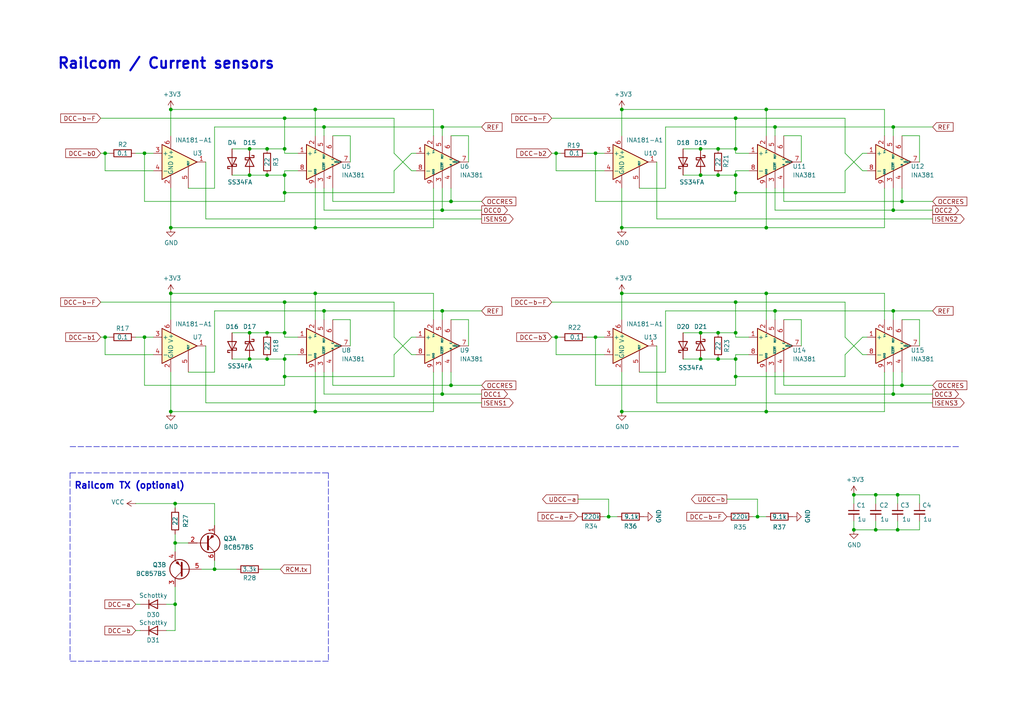
<source format=kicad_sch>
(kicad_sch (version 20250114) (generator "eeschema") (generator_version "9.0")
  (paper "A4")
  (title_block (title "RTB C13 Module") (date "2025-10-14") (rev "2") (company "Frank Schumacher") (comment 1 "Track Sensor"))
  (lib_symbols
    (symbol "Amplifier_Current:INA181" (pin_names (offset 0.127))
      (property "Reference" "U" (at 3.81 3.81 0))
      (property "Value" "INA181" (at 3.81 -2.54 0))
      (symbol "INA181_0_1"
        (polyline (pts (xy 5.08 0) (xy -5.08 5.08) (xy -5.08 -5.08) (xy 5.08 0)) (stroke (width 0.254)) (fill (type background)))
      )
      (symbol "INA181_1_1"
        (pin input line (at -7.62 2.54 0) (length 2.54) (name "+") (number "3"))
        (pin input line (at -7.62 -2.54 0) (length 2.54) (name "-") (number "4"))
        (pin power_in line (at -2.54 7.62 270) (length 3.81) (name "V+") (number "6"))
        (pin power_in line (at -2.54 -7.62 90) (length 3.81) (name "GND") (number "2"))
        (pin input line (at 2.54 -7.62 90) (length 6.35) (name "REF") (number "5"))
        (pin output line (at 7.62 0 180) (length 2.54) (name "~") (number "1"))
      )
    )
    (symbol "Device:C_Small" (pin_numbers (hide yes)) (pin_names (offset 0.254) (hide yes))
      (property "Reference" "C" (at 0.254 1.778 0))
      (property "Value" "C_Small" (at 0.254 -2.032 0))
      (symbol "C_Small_0_1"
        (polyline (pts (xy -1.524 0.508) (xy 1.524 0.508)) (stroke (width 0.3048)))
        (polyline (pts (xy -1.524 -0.508) (xy 1.524 -0.508)) (stroke (width 0.3302)))
      )
      (symbol "C_Small_1_1"
        (pin passive line (at 0 2.54 270) (length 2.032) (name "~") (number "1"))
        (pin passive line (at 0 -2.54 90) (length 2.032) (name "~") (number "2"))
      )
    )
    (symbol "Device:D" (pin_numbers (hide yes)) (pin_names (offset 1.016) (hide yes))
      (property "Reference" "D" (at 0 2.54 0))
      (property "Value" "D" (at 0 -2.54 0))
      (symbol "D_0_1"
        (polyline (pts (xy -1.27 1.27) (xy -1.27 -1.27)) (stroke (width 0.254)))
        (polyline (pts (xy 1.27 1.27) (xy 1.27 -1.27) (xy -1.27 0) (xy 1.27 1.27)) (stroke (width 0.254)))
        (polyline (pts (xy 1.27 0) (xy -1.27 0)))
      )
      (symbol "D_1_1"
        (pin passive line (at -3.81 0 0) (length 2.54) (name "K") (number "1"))
        (pin passive line (at 3.81 0 180) (length 2.54) (name "A") (number "2"))
      )
    )
    (symbol "Device:D_Schottky" (pin_numbers (hide yes)) (pin_names (offset 1.016) (hide yes))
      (property "Reference" "D" (at 0 2.54 0))
      (property "Value" "D_Schottky" (at 0 -2.54 0))
      (symbol "D_Schottky_0_1"
        (polyline (pts (xy -1.905 0.635) (xy -1.905 1.27) (xy -1.27 1.27) (xy -1.27 -1.27) (xy -0.635 -1.27) (xy -0.635 -0.635)) (stroke (width 0.254)))
        (polyline (pts (xy 1.27 1.27) (xy 1.27 -1.27) (xy -1.27 0) (xy 1.27 1.27)) (stroke (width 0.254)))
        (polyline (pts (xy 1.27 0) (xy -1.27 0)))
      )
      (symbol "D_Schottky_1_1"
        (pin passive line (at -3.81 0 0) (length 2.54) (name "K") (number "1"))
        (pin passive line (at 3.81 0 180) (length 2.54) (name "A") (number "2"))
      )
    )
    (symbol "Device:R" (pin_numbers (hide yes)) (pin_names (offset 0))
      (property "Reference" "R" (at 2.032 0 90))
      (property "Value" "R" (at 0 0 90))
      (symbol "R_0_1"
        (rectangle (start -1.016 -2.54) (end 1.016 2.54) (stroke (width 0.254)))
      )
      (symbol "R_1_1"
        (pin passive line (at 0 3.81 270) (length 1.27) (name "~") (number "1"))
        (pin passive line (at 0 -3.81 90) (length 1.27) (name "~") (number "2"))
      )
    )
    (symbol "RTB:INA381" (pin_names (offset 0.127))
      (property "Reference" "U" (at 3.81 3.81 0))
      (property "Value" "INA381" (at 3.81 -2.54 0))
      (symbol "INA381_0_1"
        (polyline (pts (xy 5.08 0) (xy -5.08 5.08) (xy -5.08 -5.08) (xy 5.08 0)) (stroke (width 0.254)) (fill (type background)))
      )
      (symbol "INA381_1_1"
        (pin input line (at -7.62 2.54 0) (length 2.54) (name "+") (number "1"))
        (pin input line (at -7.62 -2.54 0) (length 2.54) (name "-") (number "8"))
        (pin input line (at -2.54 7.62 270) (length 3.81) (name "V+") (number "2"))
        (pin power_in line (at -2.54 -7.62 90) (length 3.81) (name "GND") (number "9"))
        (pin input line (at 0 7.62 270) (length 5.08) (name "REF") (number "5"))
        (pin output line (at 0 -7.62 90) (length 5.08) (name "~{ALERT}") (number "3"))
        (pin input line (at 2.54 7.62 270) (length 6.35) (name "C") (number "6"))
        (pin input line (at 2.54 -7.62 90) (length 6.35) (name "R") (number "4"))
        (pin output line (at 7.62 0 180) (length 2.54) (name "VOUT") (number "7"))
      )
    )
    (symbol "Transistor_BJT:BC857BS" (pin_names (offset 0) (hide yes))
      (property "Reference" "Q" (at 5.08 1.27 0))
      (property "Value" "BC857BS" (at 5.08 -1.27 0))
      (symbol "BC857BS_0_1"
        (polyline (pts (xy 0.635 1.905) (xy 0.635 -1.905)) (stroke (width 0.508)))
        (polyline (pts (xy 0.635 0.635) (xy 2.54 2.54)))
        (polyline (pts (xy 0.635 0) (xy -2.54 0)))
        (polyline (pts (xy 0.635 -0.635) (xy 2.54 -2.54)))
        (circle (center 1.27 0) (radius 2.8194) (stroke (width 0.254)))
        (polyline (pts (xy 2.286 -1.778) (xy 1.778 -2.286) (xy 1.27 -1.27) (xy 2.286 -1.778)) (fill (type outline)))
      )
      (symbol "BC857BS_1_1"
        (pin input line (at -5.08 0 0) (length 2.54) (name "B1") (number "2"))
        (pin passive line (at 2.54 5.08 270) (length 2.54) (name "C1") (number "6"))
        (pin passive line (at 2.54 -5.08 90) (length 2.54) (name "E1") (number "1"))
      )
      (symbol "BC857BS_2_1"
        (pin input line (at -5.08 0 0) (length 2.54) (name "B2") (number "5"))
        (pin passive line (at 2.54 5.08 270) (length 2.54) (name "C2") (number "3"))
        (pin passive line (at 2.54 -5.08 90) (length 2.54) (name "E2") (number "4"))
      )
    )
    (symbol "power:+3V3" (power) (pin_numbers (hide yes)) (pin_names (offset 0) (hide yes))
      (property "Value" "+3V3" (at 0 3.556 0))
      (symbol "+3V3_0_1"
        (polyline (pts (xy -0.762 1.27) (xy 0 2.54)))
        (polyline (pts (xy 0 2.54) (xy 0.762 1.27)))
        (polyline (pts (xy 0 0) (xy 0 2.54)))
      )
      (symbol "+3V3_1_1"
        (pin power_in line (at 0 0 90) (length 0) (name "~") (number "1"))
      )
    )
    (symbol "power:GND" (power) (pin_numbers (hide yes)) (pin_names (offset 0) (hide yes))
      (property "Value" "GND" (at 0 -3.81 0))
      (symbol "GND_0_1"
        (polyline (pts (xy 0 0) (xy 0 -1.27) (xy 1.27 -1.27) (xy 0 -2.54) (xy -1.27 -1.27) (xy 0 -1.27)))
      )
      (symbol "GND_1_1"
        (pin power_in line (at 0 0 270) (length 0) (name "~") (number "1"))
      )
    )
    (symbol "power:VCC" (power) (pin_numbers (hide yes)) (pin_names (offset 0) (hide yes))
      (property "Value" "VCC" (at 0 3.556 0))
      (symbol "VCC_0_1"
        (polyline (pts (xy -0.762 1.27) (xy 0 2.54)))
        (polyline (pts (xy 0 2.54) (xy 0.762 1.27)))
        (polyline (pts (xy 0 0) (xy 0 2.54)))
      )
      (symbol "VCC_1_1"
        (pin power_in line (at 0 0 90) (length 0) (name "~") (number "1"))
      )
    )
  )
  (text "Railcom / Current sensors" (at 16.51 20.32 0) (effects (font (size 3.048 3.048) (thickness 0.5994) (bold yes)) (justify left bottom)))
  (text "Railcom TX (optional)" (at 37.592 140.97 0) (effects (font (size 1.905 1.905) (thickness 0.381) (bold yes))))
  (junction (at 172.72 44.45))
  (junction (at 180.34 66.04))
  (junction (at 213.36 43.18))
  (junction (at 77.47 50.8))
  (junction (at 254 153.67))
  (junction (at 128.27 114.3))
  (junction (at 72.39 50.8))
  (junction (at 62.23 165.1))
  (junction (at 247.65 143.51))
  (junction (at 93.98 90.17))
  (junction (at 82.55 96.52))
  (junction (at 213.36 55.88))
  (junction (at 222.25 85.09))
  (junction (at 259.08 114.3))
  (junction (at 50.8 157.48))
  (junction (at 213.36 96.52))
  (junction (at 91.44 119.38))
  (junction (at 82.55 104.14))
  (junction (at 254 143.51))
  (junction (at 213.36 34.29))
  (junction (at 130.81 58.42))
  (junction (at 72.39 104.14))
  (junction (at 259.08 60.96))
  (junction (at 176.53 149.86))
  (junction (at 50.8 146.05))
  (junction (at 93.98 36.83))
  (junction (at 49.53 85.09))
  (junction (at 208.28 104.14))
  (junction (at 180.34 85.09))
  (junction (at 30.48 44.45))
  (junction (at 172.72 97.79))
  (junction (at 91.44 66.04))
  (junction (at 203.2 50.8))
  (junction (at 91.44 31.75))
  (junction (at 77.47 104.14))
  (junction (at 49.53 31.75))
  (junction (at 82.55 87.63))
  (junction (at 82.55 109.22))
  (junction (at 49.53 119.38))
  (junction (at 208.28 50.8))
  (junction (at 161.29 97.79))
  (junction (at 72.39 96.52))
  (junction (at 82.55 55.88))
  (junction (at 203.2 43.18))
  (junction (at 128.27 90.17))
  (junction (at 208.28 96.52))
  (junction (at 208.28 43.18))
  (junction (at 82.55 50.8))
  (junction (at 41.91 44.45))
  (junction (at 213.36 109.22))
  (junction (at 82.55 34.29))
  (junction (at 224.79 36.83))
  (junction (at 222.25 119.38))
  (junction (at 219.71 149.86))
  (junction (at 128.27 60.96))
  (junction (at 259.08 90.17))
  (junction (at 203.2 104.14))
  (junction (at 261.62 111.76))
  (junction (at 49.53 66.04))
  (junction (at 161.29 44.45))
  (junction (at 180.34 31.75))
  (junction (at 247.65 153.67))
  (junction (at 261.62 58.42))
  (junction (at 72.39 43.18))
  (junction (at 50.8 175.26))
  (junction (at 260.35 143.51))
  (junction (at 213.36 50.8))
  (junction (at 203.2 96.52))
  (junction (at 259.08 36.83))
  (junction (at 222.25 31.75))
  (junction (at 77.47 96.52))
  (junction (at 128.27 36.83))
  (junction (at 222.25 66.04))
  (junction (at 213.36 104.14))
  (junction (at 130.81 111.76))
  (junction (at 77.47 43.18))
  (junction (at 180.34 119.38))
  (junction (at 41.91 97.79))
  (junction (at 91.44 85.09))
  (junction (at 30.48 97.79))
  (junction (at 213.36 87.63))
  (junction (at 82.55 43.18))
  (junction (at 260.35 153.67))
  (junction (at 224.79 90.17))
  (wire (pts (xy 96.52 58.42) (xy 130.81 58.42)))
  (wire (pts (xy 82.55 34.29) (xy 114.3 34.29)))
  (wire (pts (xy 59.69 100.33) (xy 59.69 116.84)))
  (wire (pts (xy 125.73 119.38) (xy 125.73 107.95)))
  (wire (pts (xy 227.33 58.42) (xy 261.62 58.42)))
  (wire (pts (xy 77.47 50.8) (xy 82.55 50.8)))
  (wire (pts (xy 161.29 97.79) (xy 162.56 97.79)))
  (wire (pts (xy 76.2 165.1) (xy 81.28 165.1)))
  (wire (pts (xy 93.98 54.61) (xy 93.98 60.96)))
  (wire (pts (xy 91.44 66.04) (xy 91.44 54.61)))
  (wire (pts (xy 254 153.67) (xy 260.35 153.67)))
  (wire (pts (xy 128.27 90.17) (xy 93.98 90.17)))
  (wire (pts (xy 172.72 111.76) (xy 213.36 111.76)))
  (wire (pts (xy 49.53 31.75) (xy 91.44 31.75)))
  (wire (pts (xy 203.2 104.14) (xy 208.28 104.14)))
  (wire (pts (xy 93.98 60.96) (xy 128.27 60.96)))
  (wire (pts (xy 29.21 97.79) (xy 30.48 97.79)))
  (wire (pts (xy 128.27 60.96) (xy 128.27 54.61)))
  (wire (pts (xy 208.28 96.52) (xy 213.36 96.52)))
  (wire (pts (xy 250.19 102.87) (xy 251.46 102.87)))
  (wire (pts (xy 82.55 44.45) (xy 86.36 44.45)))
  (wire (pts (xy 219.71 149.86) (xy 222.25 149.86)))
  (wire (pts (xy 59.69 63.5) (xy 139.7 63.5)))
  (wire (pts (xy 172.72 97.79) (xy 175.26 97.79)))
  (wire (pts (xy 125.73 66.04) (xy 125.73 54.61)))
  (wire (pts (xy 82.55 87.63) (xy 114.3 87.63)))
  (wire (pts (xy 245.11 97.79) (xy 250.19 102.87)))
  (wire (pts (xy 49.53 39.37) (xy 49.53 31.75)))
  (wire (pts (xy 172.72 44.45) (xy 175.26 44.45)))
  (wire (pts (xy 232.41 39.37) (xy 232.41 46.99)))
  (wire (pts (xy 247.65 143.51) (xy 254 143.51)))
  (wire (pts (xy 62.23 36.83) (xy 93.98 36.83)))
  (wire (pts (xy 30.48 49.53) (xy 44.45 49.53)))
  (wire (pts (xy 50.8 146.05) (xy 50.8 147.32)))
  (wire (pts (xy 213.36 87.63) (xy 245.11 87.63)))
  (wire (pts (xy 224.79 60.96) (xy 259.08 60.96)))
  (wire (pts (xy 128.27 90.17) (xy 139.7 90.17)))
  (wire (pts (xy 101.6 39.37) (xy 101.6 46.99)))
  (wire (pts (xy 227.33 54.61) (xy 227.33 58.42)))
  (wire (pts (xy 49.53 66.04) (xy 91.44 66.04)))
  (wire (pts (xy 256.54 66.04) (xy 256.54 54.61)))
  (wire (pts (xy 82.55 43.18) (xy 82.55 44.45)))
  (wire (pts (xy 41.91 111.76) (xy 82.55 111.76)))
  (wire (pts (xy 245.11 49.53) (xy 250.19 44.45)))
  (wire (pts (xy 172.72 111.76) (xy 172.72 97.79)))
  (wire (pts (xy 245.11 109.22) (xy 245.11 102.87)))
  (wire (pts (xy 128.27 114.3) (xy 128.27 107.95)))
  (wire (pts (xy 96.52 39.37) (xy 101.6 39.37)))
  (wire (pts (xy 40.64 175.26) (xy 39.37 175.26)))
  (wire (pts (xy 62.23 107.95) (xy 62.23 90.17)))
  (wire (pts (xy 222.25 119.38) (xy 222.25 107.95)))
  (wire (pts (xy 161.29 97.79) (xy 161.29 102.87)))
  (wire (pts (xy 176.53 144.78) (xy 176.53 149.86)))
  (wire (pts (xy 72.39 104.14) (xy 77.47 104.14)))
  (wire (pts (xy 50.8 175.26) (xy 50.8 182.88)))
  (wire (pts (xy 260.35 153.67) (xy 266.7 153.67)))
  (wire (pts (xy 180.34 66.04) (xy 222.25 66.04)))
  (wire (pts (xy 77.47 104.14) (xy 82.55 104.14)))
  (wire (pts (xy 222.25 66.04) (xy 256.54 66.04)))
  (wire (pts (xy 161.29 102.87) (xy 175.26 102.87)))
  (wire (pts (xy 180.34 92.71) (xy 180.34 85.09)))
  (wire (pts (xy 232.41 92.71) (xy 232.41 100.33)))
  (wire (pts (xy 128.27 36.83) (xy 139.7 36.83)))
  (wire (pts (xy 49.53 92.71) (xy 49.53 85.09)))
  (wire (pts (xy 30.48 97.79) (xy 30.48 102.87)))
  (wire (pts (xy 82.55 58.42) (xy 82.55 55.88)))
  (wire (pts (xy 82.55 109.22) (xy 114.3 109.22)))
  (wire (pts (xy 203.2 50.8) (xy 208.28 50.8)))
  (wire (pts (xy 213.36 50.8) (xy 213.36 49.53)))
  (wire (pts (xy 203.2 43.18) (xy 208.28 43.18)))
  (wire (pts (xy 260.35 146.05) (xy 260.35 143.51)))
  (wire (pts (xy 48.26 182.88) (xy 50.8 182.88)))
  (wire (pts (xy 54.61 157.48) (xy 50.8 157.48)))
  (wire (pts (xy 260.35 143.51) (xy 266.7 143.51)))
  (wire (pts (xy 213.36 87.63) (xy 213.36 96.52)))
  (wire (pts (xy 250.19 44.45) (xy 251.46 44.45)))
  (wire (pts (xy 82.55 87.63) (xy 82.55 96.52)))
  (wire (pts (xy 82.55 96.52) (xy 82.55 97.79)))
  (wire (pts (xy 82.55 104.14) (xy 82.55 102.87)))
  (wire (pts (xy 208.28 104.14) (xy 213.36 104.14)))
  (wire (pts (xy 254 146.05) (xy 254 143.51)))
  (wire (pts (xy 256.54 85.09) (xy 256.54 92.71)))
  (wire (pts (xy 41.91 58.42) (xy 82.55 58.42)))
  (wire (pts (xy 160.02 44.45) (xy 161.29 44.45)))
  (wire (pts (xy 261.62 58.42) (xy 261.62 54.61)))
  (wire (pts (xy 114.3 87.63) (xy 114.3 97.79)))
  (wire (pts (xy 119.38 49.53) (xy 120.65 49.53)))
  (wire (pts (xy 29.21 34.29) (xy 82.55 34.29)))
  (wire (pts (xy 130.81 58.42) (xy 139.7 58.42)))
  (wire (pts (xy 224.79 90.17) (xy 224.79 92.71)))
  (wire (pts (xy 50.8 157.48) (xy 50.8 154.94)))
  (wire (pts (xy 41.91 58.42) (xy 41.91 44.45)))
  (wire (pts (xy 82.55 50.8) (xy 82.55 55.88)))
  (wire (pts (xy 167.64 144.78) (xy 176.53 144.78)))
  (wire (pts (xy 210.82 144.78) (xy 219.71 144.78)))
  (wire (pts (xy 114.3 49.53) (xy 119.38 44.45)))
  (wire (pts (xy 50.8 175.26) (xy 50.8 170.18)))
  (wire (pts (xy 130.81 111.76) (xy 130.81 107.95)))
  (wire (pts (xy 259.08 60.96) (xy 259.08 54.61)))
  (wire (pts (xy 180.34 31.75) (xy 222.25 31.75)))
  (wire (pts (xy 29.21 44.45) (xy 30.48 44.45)))
  (wire (pts (xy 213.36 104.14) (xy 213.36 102.87)))
  (wire (pts (xy 256.54 119.38) (xy 256.54 107.95)))
  (wire (pts (xy 130.81 58.42) (xy 130.81 54.61)))
  (wire (pts (xy 198.12 43.18) (xy 203.2 43.18)))
  (wire (pts (xy 30.48 102.87) (xy 44.45 102.87)))
  (wire (pts (xy 227.33 92.71) (xy 232.41 92.71)))
  (wire (pts (xy 160.02 97.79) (xy 161.29 97.79)))
  (wire (pts (xy 72.39 96.52) (xy 77.47 96.52)))
  (wire (pts (xy 91.44 85.09) (xy 91.44 92.71)))
  (wire (pts (xy 67.31 96.52) (xy 72.39 96.52)))
  (wire (pts (xy 93.98 107.95) (xy 93.98 114.3)))
  (wire (pts (xy 213.36 55.88) (xy 245.11 55.88)))
  (wire (pts (xy 41.91 44.45) (xy 44.45 44.45)))
  (wire (pts (xy 203.2 96.52) (xy 208.28 96.52)))
  (wire (pts (xy 254 151.13) (xy 254 153.67)))
  (wire (pts (xy 190.5 100.33) (xy 190.5 116.84)))
  (wire (pts (xy 259.08 36.83) (xy 224.79 36.83)))
  (wire (pts (xy 125.73 31.75) (xy 125.73 39.37)))
  (wire (pts (xy 128.27 36.83) (xy 128.27 39.37)))
  (wire (pts (xy 82.55 49.53) (xy 86.36 49.53)))
  (wire (pts (xy 193.04 54.61) (xy 193.04 36.83)))
  (wire (pts (xy 245.11 87.63) (xy 245.11 97.79)))
  (wire (pts (xy 39.37 44.45) (xy 41.91 44.45)))
  (wire (pts (xy 91.44 66.04) (xy 125.73 66.04)))
  (wire (pts (xy 93.98 90.17) (xy 93.98 92.71)))
  (wire (pts (xy 130.81 92.71) (xy 135.89 92.71)))
  (wire (pts (xy 119.38 102.87) (xy 120.65 102.87)))
  (wire (pts (xy 77.47 43.18) (xy 82.55 43.18)))
  (wire (pts (xy 67.31 43.18) (xy 72.39 43.18)))
  (wire (pts (xy 172.72 58.42) (xy 172.72 44.45)))
  (wire (pts (xy 259.08 36.83) (xy 270.51 36.83)))
  (wire (pts (xy 130.81 111.76) (xy 139.7 111.76)))
  (wire (pts (xy 213.36 44.45) (xy 217.17 44.45)))
  (wire (pts (xy 208.28 50.8) (xy 213.36 50.8)))
  (wire (pts (xy 40.64 182.88) (xy 39.37 182.88)))
  (wire (pts (xy 160.02 87.63) (xy 213.36 87.63)))
  (wire (pts (xy 128.27 90.17) (xy 128.27 92.71)))
  (wire (pts (xy 82.55 50.8) (xy 82.55 49.53)))
  (wire (pts (xy 82.55 104.14) (xy 82.55 109.22)))
  (wire (pts (xy 49.53 107.95) (xy 49.53 119.38)))
  (wire (pts (xy 193.04 107.95) (xy 193.04 90.17)))
  (wire (pts (xy 77.47 96.52) (xy 82.55 96.52)))
  (wire (pts (xy 62.23 146.05) (xy 62.23 152.4)))
  (wire (pts (xy 222.25 85.09) (xy 222.25 92.71)))
  (wire (pts (xy 48.26 175.26) (xy 50.8 175.26)))
  (wire (pts (xy 266.7 153.67) (xy 266.7 151.13)))
  (wire (pts (xy 41.91 97.79) (xy 44.45 97.79)))
  (wire (pts (xy 50.8 160.02) (xy 50.8 157.48)))
  (wire (pts (xy 198.12 50.8) (xy 203.2 50.8)))
  (wire (pts (xy 180.34 119.38) (xy 222.25 119.38)))
  (wire (pts (xy 213.36 97.79) (xy 217.17 97.79)))
  (wire (pts (xy 213.36 109.22) (xy 245.11 109.22)))
  (wire (pts (xy 114.3 55.88) (xy 114.3 49.53)))
  (polyline (pts (xy 95.25 191.77) (xy 20.32 191.77)) (stroke (width 0) (type dash)))
  (wire (pts (xy 222.25 85.09) (xy 256.54 85.09)))
  (wire (pts (xy 119.38 97.79) (xy 120.65 97.79)))
  (wire (pts (xy 72.39 50.8) (xy 77.47 50.8)))
  (wire (pts (xy 119.38 44.45) (xy 120.65 44.45)))
  (wire (pts (xy 259.08 114.3) (xy 270.51 114.3)))
  (wire (pts (xy 39.37 97.79) (xy 41.91 97.79)))
  (wire (pts (xy 128.27 114.3) (xy 139.7 114.3)))
  (wire (pts (xy 198.12 96.52) (xy 203.2 96.52)))
  (wire (pts (xy 247.65 153.67) (xy 254 153.67)))
  (wire (pts (xy 82.55 102.87) (xy 86.36 102.87)))
  (wire (pts (xy 222.25 66.04) (xy 222.25 54.61)))
  (wire (pts (xy 50.8 146.05) (xy 62.23 146.05)))
  (wire (pts (xy 245.11 34.29) (xy 245.11 44.45)))
  (wire (pts (xy 190.5 116.84) (xy 270.51 116.84)))
  (wire (pts (xy 161.29 44.45) (xy 162.56 44.45)))
  (wire (pts (xy 67.31 50.8) (xy 72.39 50.8)))
  (wire (pts (xy 259.08 36.83) (xy 259.08 39.37)))
  (wire (pts (xy 180.34 107.95) (xy 180.34 119.38)))
  (wire (pts (xy 160.02 34.29) (xy 213.36 34.29)))
  (wire (pts (xy 49.53 119.38) (xy 91.44 119.38)))
  (wire (pts (xy 227.33 107.95) (xy 227.33 111.76)))
  (wire (pts (xy 218.44 149.86) (xy 219.71 149.86)))
  (wire (pts (xy 261.62 111.76) (xy 270.51 111.76)))
  (wire (pts (xy 135.89 92.71) (xy 135.89 100.33)))
  (wire (pts (xy 259.08 90.17) (xy 259.08 92.71)))
  (wire (pts (xy 245.11 102.87) (xy 250.19 97.79)))
  (wire (pts (xy 245.11 44.45) (xy 250.19 49.53)))
  (wire (pts (xy 59.69 116.84) (xy 139.7 116.84)))
  (wire (pts (xy 180.34 39.37) (xy 180.34 31.75)))
  (wire (pts (xy 245.11 55.88) (xy 245.11 49.53)))
  (wire (pts (xy 135.89 39.37) (xy 135.89 46.99)))
  (wire (pts (xy 213.36 104.14) (xy 213.36 109.22)))
  (wire (pts (xy 101.6 92.71) (xy 101.6 100.33)))
  (wire (pts (xy 213.36 43.18) (xy 213.36 44.45)))
  (wire (pts (xy 198.12 104.14) (xy 203.2 104.14)))
  (wire (pts (xy 114.3 109.22) (xy 114.3 102.87)))
  (wire (pts (xy 193.04 36.83) (xy 224.79 36.83)))
  (wire (pts (xy 91.44 119.38) (xy 125.73 119.38)))
  (wire (pts (xy 222.25 31.75) (xy 222.25 39.37)))
  (wire (pts (xy 93.98 114.3) (xy 128.27 114.3)))
  (wire (pts (xy 259.08 60.96) (xy 270.51 60.96)))
  (wire (pts (xy 125.73 85.09) (xy 125.73 92.71)))
  (wire (pts (xy 256.54 31.75) (xy 256.54 39.37)))
  (polyline (pts (xy 20.32 129.54) (xy 278.13 129.54)) (stroke (width 0) (type dash)))
  (wire (pts (xy 30.48 97.79) (xy 31.75 97.79)))
  (polyline (pts (xy 20.32 137.16) (xy 20.32 191.77)) (stroke (width 0) (type dash)))
  (wire (pts (xy 266.7 92.71) (xy 266.7 100.33)))
  (wire (pts (xy 224.79 107.95) (xy 224.79 114.3)))
  (wire (pts (xy 180.34 85.09) (xy 222.25 85.09)))
  (wire (pts (xy 213.36 34.29) (xy 245.11 34.29)))
  (wire (pts (xy 259.08 90.17) (xy 270.51 90.17)))
  (wire (pts (xy 213.36 102.87) (xy 217.17 102.87)))
  (wire (pts (xy 261.62 111.76) (xy 261.62 107.95)))
  (wire (pts (xy 62.23 54.61) (xy 62.23 36.83)))
  (wire (pts (xy 213.36 49.53) (xy 217.17 49.53)))
  (wire (pts (xy 227.33 39.37) (xy 232.41 39.37)))
  (wire (pts (xy 261.62 39.37) (xy 266.7 39.37)))
  (wire (pts (xy 82.55 111.76) (xy 82.55 109.22)))
  (wire (pts (xy 175.26 149.86) (xy 176.53 149.86)))
  (wire (pts (xy 213.36 96.52) (xy 213.36 97.79)))
  (polyline (pts (xy 95.25 137.16) (xy 95.25 191.77)) (stroke (width 0) (type dash)))
  (wire (pts (xy 62.23 165.1) (xy 68.58 165.1)))
  (wire (pts (xy 254 143.51) (xy 260.35 143.51)))
  (wire (pts (xy 91.44 85.09) (xy 125.73 85.09)))
  (wire (pts (xy 62.23 162.56) (xy 62.23 165.1)))
  (wire (pts (xy 91.44 119.38) (xy 91.44 107.95)))
  (wire (pts (xy 208.28 43.18) (xy 213.36 43.18)))
  (wire (pts (xy 114.3 102.87) (xy 119.38 97.79)))
  (wire (pts (xy 29.21 87.63) (xy 82.55 87.63)))
  (wire (pts (xy 222.25 31.75) (xy 256.54 31.75)))
  (wire (pts (xy 219.71 144.78) (xy 219.71 149.86)))
  (wire (pts (xy 224.79 36.83) (xy 224.79 39.37)))
  (wire (pts (xy 128.27 60.96) (xy 139.7 60.96)))
  (wire (pts (xy 161.29 44.45) (xy 161.29 49.53)))
  (wire (pts (xy 161.29 49.53) (xy 175.26 49.53)))
  (wire (pts (xy 250.19 49.53) (xy 251.46 49.53)))
  (wire (pts (xy 180.34 54.61) (xy 180.34 66.04)))
  (wire (pts (xy 266.7 39.37) (xy 266.7 46.99)))
  (polyline (pts (xy 20.32 137.16) (xy 95.25 137.16)) (stroke (width 0) (type dash)))
  (wire (pts (xy 261.62 92.71) (xy 266.7 92.71)))
  (wire (pts (xy 82.55 34.29) (xy 82.55 43.18)))
  (wire (pts (xy 259.08 90.17) (xy 224.79 90.17)))
  (wire (pts (xy 190.5 46.99) (xy 190.5 63.5)))
  (wire (pts (xy 185.42 54.61) (xy 193.04 54.61)))
  (wire (pts (xy 250.19 97.79) (xy 251.46 97.79)))
  (wire (pts (xy 82.55 97.79) (xy 86.36 97.79)))
  (wire (pts (xy 185.42 107.95) (xy 193.04 107.95)))
  (wire (pts (xy 172.72 58.42) (xy 213.36 58.42)))
  (wire (pts (xy 58.42 165.1) (xy 62.23 165.1)))
  (wire (pts (xy 176.53 149.86) (xy 179.07 149.86)))
  (wire (pts (xy 30.48 44.45) (xy 31.75 44.45)))
  (wire (pts (xy 224.79 54.61) (xy 224.79 60.96)))
  (wire (pts (xy 213.36 111.76) (xy 213.36 109.22)))
  (wire (pts (xy 54.61 107.95) (xy 62.23 107.95)))
  (wire (pts (xy 247.65 151.13) (xy 247.65 153.67)))
  (wire (pts (xy 96.52 107.95) (xy 96.52 111.76)))
  (wire (pts (xy 91.44 31.75) (xy 91.44 39.37)))
  (wire (pts (xy 227.33 111.76) (xy 261.62 111.76)))
  (wire (pts (xy 222.25 119.38) (xy 256.54 119.38)))
  (wire (pts (xy 67.31 104.14) (xy 72.39 104.14)))
  (wire (pts (xy 213.36 34.29) (xy 213.36 43.18)))
  (wire (pts (xy 193.04 90.17) (xy 224.79 90.17)))
  (wire (pts (xy 39.37 146.05) (xy 50.8 146.05)))
  (wire (pts (xy 213.36 58.42) (xy 213.36 55.88)))
  (wire (pts (xy 170.18 44.45) (xy 172.72 44.45)))
  (wire (pts (xy 170.18 97.79) (xy 172.72 97.79)))
  (wire (pts (xy 62.23 90.17) (xy 93.98 90.17)))
  (wire (pts (xy 213.36 50.8) (xy 213.36 55.88)))
  (wire (pts (xy 260.35 151.13) (xy 260.35 153.67)))
  (wire (pts (xy 49.53 54.61) (xy 49.53 66.04)))
  (wire (pts (xy 128.27 36.83) (xy 93.98 36.83)))
  (wire (pts (xy 96.52 111.76) (xy 130.81 111.76)))
  (wire (pts (xy 114.3 44.45) (xy 119.38 49.53)))
  (wire (pts (xy 130.81 39.37) (xy 135.89 39.37)))
  (wire (pts (xy 224.79 114.3) (xy 259.08 114.3)))
  (wire (pts (xy 261.62 58.42) (xy 270.51 58.42)))
  (wire (pts (xy 59.69 46.99) (xy 59.69 63.5)))
  (wire (pts (xy 259.08 114.3) (xy 259.08 107.95)))
  (wire (pts (xy 114.3 97.79) (xy 119.38 102.87)))
  (wire (pts (xy 41.91 111.76) (xy 41.91 97.79)))
  (wire (pts (xy 49.53 85.09) (xy 91.44 85.09)))
  (wire (pts (xy 30.48 44.45) (xy 30.48 49.53)))
  (wire (pts (xy 96.52 54.61) (xy 96.52 58.42)))
  (wire (pts (xy 72.39 43.18) (xy 77.47 43.18)))
  (wire (pts (xy 96.52 92.71) (xy 101.6 92.71)))
  (wire (pts (xy 54.61 54.61) (xy 62.23 54.61)))
  (wire (pts (xy 93.98 36.83) (xy 93.98 39.37)))
  (wire (pts (xy 247.65 146.05) (xy 247.65 143.51)))
  (wire (pts (xy 114.3 34.29) (xy 114.3 44.45)))
  (wire (pts (xy 190.5 63.5) (xy 270.51 63.5)))
  (wire (pts (xy 91.44 31.75) (xy 125.73 31.75)))
  (wire (pts (xy 266.7 143.51) (xy 266.7 146.05)))
  (wire (pts (xy 82.55 55.88) (xy 114.3 55.88)))
  (global_label "REF" (shape input) (at 139.7 90.17 0) (property "Intersheetrefs" "${INTERSHEET_REFS}" (effects (hide yes))))
  (global_label "DCC-a" (shape input) (at 39.37 175.26 180) (property "Intersheetrefs" "${INTERSHEET_REFS}" (effects (hide yes))))
  (global_label "RCM.tx" (shape input) (at 81.28 165.1 0) (property "Intersheetrefs" "${INTERSHEET_REFS}" (effects (hide yes))))
  (global_label "OCC3" (shape output) (at 270.51 114.3 0) (property "Intersheetrefs" "${INTERSHEET_REFS}" (effects (hide yes))))
  (global_label "DCC-b" (shape input) (at 39.37 182.88 180) (property "Intersheetrefs" "${INTERSHEET_REFS}" (effects (hide yes))))
  (global_label "OCCRES" (shape input) (at 139.7 111.76 0) (property "Intersheetrefs" "${INTERSHEET_REFS}" (effects (hide yes))))
  (global_label "DCC-a-F" (shape input) (at 167.64 149.86 180) (property "Intersheetrefs" "${INTERSHEET_REFS}" (effects (hide yes))))
  (global_label "ISENS1" (shape output) (at 139.7 116.84 0) (property "Intersheetrefs" "${INTERSHEET_REFS}" (effects (hide yes))))
  (global_label "UDCC-a" (shape output) (at 167.64 144.78 180) (property "Intersheetrefs" "${INTERSHEET_REFS}" (effects (hide yes))))
  (global_label "OCC2" (shape output) (at 270.51 60.96 0) (property "Intersheetrefs" "${INTERSHEET_REFS}" (effects (hide yes))))
  (global_label "UDCC-b" (shape output) (at 210.82 144.78 180) (property "Intersheetrefs" "${INTERSHEET_REFS}" (effects (hide yes))))
  (global_label "OCCRES" (shape input) (at 270.51 111.76 0) (property "Intersheetrefs" "${INTERSHEET_REFS}" (effects (hide yes))))
  (global_label "REF" (shape input) (at 270.51 90.17 0) (property "Intersheetrefs" "${INTERSHEET_REFS}" (effects (hide yes))))
  (global_label "REF" (shape input) (at 270.51 36.83 0) (property "Intersheetrefs" "${INTERSHEET_REFS}" (effects (hide yes))))
  (global_label "DCC-b-F" (shape input) (at 160.02 34.29 180) (property "Intersheetrefs" "${INTERSHEET_REFS}" (effects (hide yes))))
  (global_label "OCCRES" (shape input) (at 139.7 58.42 0) (property "Intersheetrefs" "${INTERSHEET_REFS}" (effects (hide yes))))
  (global_label "ISENS0" (shape output) (at 139.7 63.5 0) (property "Intersheetrefs" "${INTERSHEET_REFS}" (effects (hide yes))))
  (global_label "OCC1" (shape output) (at 139.7 114.3 0) (property "Intersheetrefs" "${INTERSHEET_REFS}" (effects (hide yes))))
  (global_label "ISENS2" (shape output) (at 270.51 63.5 0) (property "Intersheetrefs" "${INTERSHEET_REFS}" (effects (hide yes))))
  (global_label "DCC-b-F" (shape input) (at 160.02 87.63 180) (property "Intersheetrefs" "${INTERSHEET_REFS}" (effects (hide yes))))
  (global_label "REF" (shape input) (at 139.7 36.83 0) (property "Intersheetrefs" "${INTERSHEET_REFS}" (effects (hide yes))))
  (global_label "DCC-b2" (shape input) (at 160.02 44.45 180) (property "Intersheetrefs" "${INTERSHEET_REFS}" (effects (hide yes))))
  (global_label "OCCRES" (shape input) (at 270.51 58.42 0) (property "Intersheetrefs" "${INTERSHEET_REFS}" (effects (hide yes))))
  (global_label "ISENS3" (shape output) (at 270.51 116.84 0) (property "Intersheetrefs" "${INTERSHEET_REFS}" (effects (hide yes))))
  (global_label "OCC0" (shape output) (at 139.7 60.96 0) (property "Intersheetrefs" "${INTERSHEET_REFS}" (effects (hide yes))))
  (global_label "DCC-b-F" (shape input) (at 29.21 87.63 180) (property "Intersheetrefs" "${INTERSHEET_REFS}" (effects (hide yes))))
  (global_label "DCC-b0" (shape input) (at 29.21 44.45 180) (property "Intersheetrefs" "${INTERSHEET_REFS}" (effects (hide yes))))
  (global_label "DCC-b-F" (shape input) (at 210.82 149.86 180) (property "Intersheetrefs" "${INTERSHEET_REFS}" (effects (hide yes))))
  (global_label "DCC-b1" (shape input) (at 29.21 97.79 180) (property "Intersheetrefs" "${INTERSHEET_REFS}" (effects (hide yes))))
  (global_label "DCC-b-F" (shape input) (at 29.21 34.29 180) (property "Intersheetrefs" "${INTERSHEET_REFS}" (effects (hide yes))))
  (global_label "DCC-b3" (shape input) (at 160.02 97.79 180) (property "Intersheetrefs" "${INTERSHEET_REFS}" (effects (hide yes))))
  (symbol (lib_id "Device:R") (at 171.45 149.86 90) (unit 1)
    (property "Reference" "R34" (at 171.45 152.654 90))
    (property "Value" "220k" (at 171.704 149.86 90))
    (property "Footprint" "Resistor_SMD:R_0603_1608Metric" (effects (hide yes)))
    (property "Description" "-55℃~+155℃ 100mW 220kΩ 75V Thick Film Resistor ±1% ±100ppm/℃ 0603 Chip Resistor - Surface Mount ROHS" (effects (hide yes)))
    (property "LCSC Part #" "C22961" (effects (hide yes)))
  )
  (symbol (lib_id "Device:R") (at 182.88 149.86 90) (unit 1)
    (property "Reference" "R36" (at 182.88 152.654 90))
    (property "Value" "9.1k" (at 183.134 149.86 90))
    (property "Footprint" "Resistor_SMD:R_0603_1608Metric" (effects (hide yes)))
    (property "Description" "-55℃~+155℃ 100mW 75V 9.1kΩ Thick Film Resistor ±1% ±100ppm/℃ 0603 Chip Resistor - Surface Mount ROHS" (effects (hide yes)))
    (property "LCSC Part #" "C23260" (effects (hide yes)))
  )
  (symbol (lib_id "power:GND") (at 186.69 149.86 90) (unit 1)
    (property "Reference" "#PWR0128" (effects (hide yes)))
    (property "Value" "GND" (at 191.0842 149.733 0))
    (instances (project "" (path "" (reference "#PWR?") (unit 1)) (path "" (reference "#PWR0128") (unit 1)) (path "" (reference "#PWR?") (unit 1))))
  )
  (symbol (lib_id "Device:R") (at 214.63 149.86 90) (unit 1)
    (property "Reference" "R35" (at 214.63 152.908 90))
    (property "Value" "220k" (at 214.63 149.86 90))
    (property "Footprint" "Resistor_SMD:R_0603_1608Metric" (effects (hide yes)))
    (property "Description" "-55℃~+155℃ 100mW 220kΩ 75V Thick Film Resistor ±1% ±100ppm/℃ 0603 Chip Resistor - Surface Mount ROHS" (effects (hide yes)))
    (property "LCSC Part #" "C22961" (effects (hide yes)))
  )
  (symbol (lib_id "Device:R") (at 226.06 149.86 90) (unit 1)
    (property "Reference" "R37" (at 226.06 152.908 90))
    (property "Value" "9.1k" (at 226.06 149.86 90))
    (property "Footprint" "Resistor_SMD:R_0603_1608Metric" (effects (hide yes)))
    (property "Description" "-55℃~+155℃ 100mW 75V 9.1kΩ Thick Film Resistor ±1% ±100ppm/℃ 0603 Chip Resistor - Surface Mount ROHS" (effects (hide yes)))
    (property "LCSC Part #" "C23260" (effects (hide yes)))
  )
  (symbol (lib_id "power:GND") (at 229.87 149.86 90) (unit 1)
    (property "Reference" "#PWR0130" (effects (hide yes)))
    (property "Value" "GND" (at 234.2642 149.733 0))
    (instances (project "" (path "" (reference "#PWR?") (unit 1)) (path "" (reference "#PWR0130") (unit 1)) (path "" (reference "#PWR?") (unit 1))))
  )
  (symbol (lib_id "Device:R") (at 72.39 165.1 90) (unit 1)
    (property "Reference" "R28" (at 72.39 167.64 90))
    (property "Value" "3.3k" (at 72.39 165.1 90))
    (property "Footprint" "Resistor_SMD:R_0603_1608Metric" (effects (hide yes)))
    (property "Description" "-55℃~+155℃ 100mW 3.3kΩ 75V Thick Film Resistor ±1% ±100ppm/℃ 0603 Chip Resistor - Surface Mount ROHS" (effects (hide yes)))
    (property "LCSC Part #" "C22978" (effects (hide yes)))
  )
  (symbol (lib_id "Device:R") (at 50.8 151.13 180) (unit 1)
    (property "Reference" "R27" (at 53.848 151.13 90))
    (property "Value" "22" (at 50.8 151.13 90))
    (property "Footprint" "Resistor_SMD:R_0603_1608Metric" (effects (hide yes)))
    (property "Description" "-55℃~+155℃ 100mW 22Ω 75V Thick Film Resistor ±1% ±100ppm/℃ 0603 Chip Resistor - Surface Mount ROHS" (effects (hide yes)))
    (property "LCSC Part #" "C23345" (effects (hide yes)))
  )
  (symbol (lib_id "Device:D") (at 44.45 182.88 0) (unit 1)
    (property "Reference" "D31" (at 44.45 185.674 0))
    (property "Value" "Schottky" (at 44.45 180.594 0))
    (property "Footprint" "Diode_SMD:D_0603_1608Metric" (effects (hide yes)))
    (property "Description" "150uA@40V 2A 40V 550mV@2A 0603 Schottky Diodes ROHS" (effects (hide yes)))
    (property "LCSC Part #" "C153761" (effects (hide yes)))
  )
  (symbol (lib_id "power:VCC") (at 39.37 146.05 90) (unit 1)
    (property "Reference" "#PWR0135" (effects (hide yes)))
    (property "Value" "VCC" (at 36.1188 145.6182 90) (effects (justify left)))
    (instances (project "" (path "" (reference "#PWR0135") (unit 1)) (path "" (reference "#PWR?") (unit 1))))
  )
  (symbol (lib_id "Device:D") (at 44.45 175.26 0) (unit 1)
    (property "Reference" "D30" (at 44.45 178.308 0))
    (property "Value" "Schottky" (at 44.45 172.72 0))
    (property "Footprint" "Diode_SMD:D_0603_1608Metric" (effects (hide yes)))
    (property "Description" "150uA@40V 2A 40V 550mV@2A 0603 Schottky Diodes ROHS" (effects (hide yes)))
    (property "LCSC Part #" "C153761" (effects (hide yes)))
  )
  (symbol (lib_id "Device:C_Small") (at 247.65 148.59 0) (unit 1)
    (property "Reference" "C1" (at 248.412 146.558 0) (effects (justify left)))
    (property "Value" "1u" (at 248.666 150.622 0) (effects (justify left)))
    (property "Footprint" "Capacitor_SMD:C_0805_2012Metric" (effects (hide yes)))
    (property "Description" "1uF 50V X7R ±10% 0805 Multilayer Ceramic Capacitors MLCC - SMD/SMT ROHS" (effects (hide yes)))
    (property "LCSC Part #" "C28323" (effects (hide yes)))
  )
  (symbol (lib_id "Device:C_Small") (at 254 148.59 0) (unit 1)
    (property "Reference" "C2" (at 255.016 146.558 0) (effects (justify left)))
    (property "Value" "1u" (at 255.27 150.622 0) (effects (justify left)))
    (property "Footprint" "Capacitor_SMD:C_0805_2012Metric" (effects (hide yes)))
    (property "Description" "1uF 50V X7R ±10% 0805 Multilayer Ceramic Capacitors MLCC - SMD/SMT ROHS" (effects (hide yes)))
    (property "LCSC Part #" "C28323" (effects (hide yes)))
  )
  (symbol (lib_id "Device:C_Small") (at 260.35 148.59 0) (unit 1)
    (property "Reference" "C3" (at 261.112 146.558 0) (effects (justify left)))
    (property "Value" "1u" (at 261.62 150.622 0) (effects (justify left)))
    (property "Footprint" "Capacitor_SMD:C_0805_2012Metric" (effects (hide yes)))
    (property "Description" "1uF 50V X7R ±10% 0805 Multilayer Ceramic Capacitors MLCC - SMD/SMT ROHS" (effects (hide yes)))
    (property "LCSC Part #" "C28323" (effects (hide yes)))
  )
  (symbol (lib_id "Device:C_Small") (at 266.7 148.59 0) (unit 1)
    (property "Reference" "C4" (at 267.462 146.558 0) (effects (justify left)))
    (property "Value" "1u" (at 267.716 150.622 0) (effects (justify left)))
    (property "Footprint" "Capacitor_SMD:C_0805_2012Metric" (effects (hide yes)))
    (property "Description" "1uF 50V X7R ±10% 0805 Multilayer Ceramic Capacitors MLCC - SMD/SMT ROHS" (effects (hide yes)))
    (property "LCSC Part #" "C28323" (effects (hide yes)))
  )
  (symbol (lib_id "power:GND") (at 247.65 153.67 0) (unit 1)
    (property "Reference" "#PWR0123" (effects (hide yes)))
    (property "Value" "GND" (at 247.777 158.0642 0))
    (instances (project "" (path "" (reference "#PWR?") (unit 1)) (path "" (reference "#PWR0123") (unit 1)) (path "" (reference "#PWR?") (unit 1))))
  )
  (symbol (lib_id "power:+3V3") (at 247.65 143.51 0) (unit 1)
    (property "Reference" "#PWR0124" (effects (hide yes)))
    (property "Value" "+3V3" (at 248.031 139.1158 0))
    (instances (project "" (path "" (reference "#PWR?") (unit 1)) (path "" (reference "#PWR0124") (unit 1))))
  )
  (symbol (lib_id "RTB:INA381") (at 93.98 46.99 0) (unit 1)
    (property "Reference" "U5" (at 99.06 48.26 0) (effects (justify left)))
    (property "Value" "INA381" (at 99.06 50.8 0) (effects (justify left)))
    (property "Footprint" "Package_SON:WSON-8-1EP_2x2mm_P0.5mm_EP0.9x1.6mm" (effects (hide yes)))
    (property "Datasheet" "http://www.ti.com/lit/ds/symlink/ina282.pdf" (effects (hide yes)))
    (property "LCSC Part #" "C544574" (effects (hide yes)))
  )
  (symbol (lib_id "RTB:INA381") (at 128.27 46.99 0) (unit 1)
    (property "Reference" "U6" (at 133.35 48.26 0) (effects (justify left)))
    (property "Value" "INA381" (at 133.35 50.8 0) (effects (justify left)))
    (property "Footprint" "Package_SON:WSON-8-1EP_2x2mm_P0.5mm_EP0.9x1.6mm" (effects (hide yes)))
    (property "Datasheet" "http://www.ti.com/lit/ds/symlink/ina282.pdf" (effects (hide yes)))
    (property "LCSC Part #" "C544574" (effects (hide yes)))
  )
  (symbol (lib_id "Device:R") (at 77.47 46.99 0) (unit 1)
    (property "Reference" "R3" (at 80.01 46.99 90))
    (property "Value" "22" (at 77.47 46.99 90))
    (property "Footprint" "Resistor_SMD:R_0603_1608Metric" (effects (hide yes)))
    (property "Description" "-55℃~+155℃ 100mW 22Ω 75V Thick Film Resistor ±1% ±100ppm/℃ 0603 Chip Resistor - Surface Mount ROHS" (effects (hide yes)))
    (property "LCSC Part #" "C23345" (effects (hide yes)))
  )
  (symbol (lib_id "Device:D_Schottky") (at 72.39 46.99 270) (unit 1)
    (property "Reference" "D15" (at 72.39 41.402 90))
    (property "Value" "SS34FA" (effects (hide yes)))
    (property "Footprint" "Diode_SMD:D_SOD-123F" (effects (hide yes)))
    (property "Description" "-55℃~+125℃ 3A 40V 500uA@40V 550mV@3A 80A SOD-123F Schottky Diodes ROHS" (effects (hide yes)))
    (property "LCSC Part #" "C84632" (effects (hide yes)))
  )
  (symbol (lib_id "Device:D_Schottky") (at 67.31 46.99 90) (unit 1)
    (property "Reference" "D4" (at 67.31 41.402 90))
    (property "Value" "SS34FA" (at 69.596 52.832 90))
    (property "Footprint" "Diode_SMD:D_SOD-123F" (effects (hide yes)))
    (property "Description" "-55℃~+125℃ 3A 40V 500uA@40V 550mV@3A 80A SOD-123F Schottky Diodes ROHS" (effects (hide yes)))
    (property "LCSC Part #" "C84632" (effects (hide yes)))
  )
  (symbol (lib_id "power:+3V3") (at 49.53 31.75 0) (unit 1)
    (property "Reference" "#PWR0102" (effects (hide yes)))
    (property "Value" "+3V3" (at 49.911 27.3558 0))
    (instances (project "" (path "" (reference "#PWR?") (unit 1)) (path "" (reference "#PWR0102") (unit 1))))
  )
  (symbol (lib_id "Amplifier_Current:INA181") (at 52.07 46.99 0) (unit 1)
    (property "Reference" "U3" (at 55.88 44.45 0) (effects (justify left)))
    (property "Value" "INA181-A1" (at 50.8 40.64 0) (effects (justify left)))
    (property "Footprint" "Package_TO_SOT_SMD:SOT-23-6" (effects (hide yes)))
    (property "Datasheet" "http://www.ti.com/lit/ds/symlink/ina181.pdf" (effects (hide yes)))
    (property "Description" "-200mV~26V -40℃~+125℃ 1 20V/V 350kHz SOT-23-6 Current Sense Amplifiers ROHS" (effects (hide yes)))
    (property "LCSC Part #" "C2058943" (effects (hide yes)))
  )
  (symbol (lib_id "Device:R") (at 35.56 44.45 270) (unit 1)
    (property "Reference" "R2" (at 35.56 41.91 90))
    (property "Value" "0.1" (at 35.56 44.45 90))
    (property "Footprint" "Resistor_SMD:R_1206_3216Metric" (effects (hide yes)))
    (property "Description" "100mΩ 500mW ±1% ±200ppm/℃ 1206 Current Sense Resistors / Shunt Resistors ROHS" (effects (hide yes)))
    (property "LCSC Part #" "C188071" (effects (hide yes)))
  )
  (symbol (lib_id "RTB:INA381") (at 93.98 100.33 0) (unit 1)
    (property "Reference" "U8" (at 99.06 101.6 0) (effects (justify left)))
    (property "Value" "INA381" (at 99.06 104.14 0) (effects (justify left)))
    (property "Footprint" "Package_SON:WSON-8-1EP_2x2mm_P0.5mm_EP0.9x1.6mm" (effects (hide yes)))
    (property "Datasheet" "http://www.ti.com/lit/ds/symlink/ina282.pdf" (effects (hide yes)))
    (property "LCSC Part #" "C544574" (effects (hide yes)))
  )
  (symbol (lib_id "RTB:INA381") (at 128.27 100.33 0) (unit 1)
    (property "Reference" "U9" (at 133.35 101.6 0) (effects (justify left)))
    (property "Value" "INA381" (at 133.35 104.14 0) (effects (justify left)))
    (property "Footprint" "Package_SON:WSON-8-1EP_2x2mm_P0.5mm_EP0.9x1.6mm" (effects (hide yes)))
    (property "Datasheet" "http://www.ti.com/lit/ds/symlink/ina282.pdf" (effects (hide yes)))
    (property "LCSC Part #" "C544574" (effects (hide yes)))
  )
  (symbol (lib_id "Device:R") (at 77.47 100.33 0) (unit 1)
    (property "Reference" "R18" (at 80.01 100.33 90))
    (property "Value" "22" (at 77.47 100.33 90))
    (property "Footprint" "Resistor_SMD:R_0603_1608Metric" (effects (hide yes)))
    (property "Description" "-55℃~+155℃ 100mW 22Ω 75V Thick Film Resistor ±1% ±100ppm/℃ 0603 Chip Resistor - Surface Mount ROHS" (effects (hide yes)))
    (property "LCSC Part #" "C23345" (effects (hide yes)))
  )
  (symbol (lib_id "Device:D_Schottky") (at 72.39 100.33 270) (unit 1)
    (property "Reference" "D17" (at 72.39 94.742 90))
    (property "Value" "SS34FA" (effects (hide yes)))
    (property "Footprint" "Diode_SMD:D_SOD-123F" (effects (hide yes)))
    (property "Description" "-55℃~+125℃ 3A 40V 500uA@40V 550mV@3A 80A SOD-123F Schottky Diodes ROHS" (effects (hide yes)))
    (property "LCSC Part #" "C84632" (effects (hide yes)))
  )
  (symbol (lib_id "Device:D_Schottky") (at 67.31 100.33 90) (unit 1)
    (property "Reference" "D16" (at 67.31 94.742 90))
    (property "Value" "SS34FA" (at 69.596 106.172 90))
    (property "Footprint" "Diode_SMD:D_SOD-123F" (effects (hide yes)))
    (property "Description" "-55℃~+125℃ 3A 40V 500uA@40V 550mV@3A 80A SOD-123F Schottky Diodes ROHS" (effects (hide yes)))
    (property "LCSC Part #" "C84632" (effects (hide yes)))
  )
  (symbol (lib_id "Device:R") (at 35.56 97.79 270) (unit 1)
    (property "Reference" "R17" (at 35.56 95.25 90))
    (property "Value" "0.1" (at 35.56 97.79 90))
    (property "Footprint" "Resistor_SMD:R_1206_3216Metric" (effects (hide yes)))
    (property "Description" "100mΩ 500mW ±1% ±200ppm/℃ 1206 Current Sense Resistors / Shunt Resistors ROHS" (effects (hide yes)))
    (property "LCSC Part #" "C188071" (effects (hide yes)))
  )
  (symbol (lib_id "Amplifier_Current:INA181") (at 52.07 100.33 0) (unit 1)
    (property "Reference" "U7" (at 55.88 97.79 0) (effects (justify left)))
    (property "Value" "INA181-A1" (at 50.8 93.98 0) (effects (justify left)))
    (property "Footprint" "Package_TO_SOT_SMD:SOT-23-6" (effects (hide yes)))
    (property "Datasheet" "http://www.ti.com/lit/ds/symlink/ina181.pdf" (effects (hide yes)))
    (property "Description" "-200mV~26V -40℃~+125℃ 1 20V/V 350kHz SOT-23-6 Current Sense Amplifiers ROHS" (effects (hide yes)))
    (property "LCSC Part #" "C2058943" (effects (hide yes)))
  )
  (symbol (lib_id "power:GND") (at 49.53 119.38 0) (unit 1)
    (property "Reference" "#PWR0109" (effects (hide yes)))
    (property "Value" "GND" (at 49.657 123.7742 0))
    (instances (project "" (path "" (reference "#PWR?") (unit 1)) (path "" (reference "#PWR0109") (unit 1)) (path "" (reference "#PWR?") (unit 1))))
  )
  (symbol (lib_id "power:GND") (at 49.53 66.04 0) (unit 1)
    (property "Reference" "#PWR0114" (effects (hide yes)))
    (property "Value" "GND" (at 49.657 70.4342 0))
    (instances (project "" (path "" (reference "#PWR?") (unit 1)) (path "" (reference "#PWR0114") (unit 1)) (path "" (reference "#PWR?") (unit 1))))
  )
  (symbol (lib_id "power:+3V3") (at 49.53 85.09 0) (unit 1)
    (property "Reference" "#PWR0115" (effects (hide yes)))
    (property "Value" "+3V3" (at 49.911 80.6958 0))
    (instances (project "" (path "" (reference "#PWR?") (unit 1)) (path "" (reference "#PWR0115") (unit 1))))
  )
  (symbol (lib_id "RTB:INA381") (at 224.79 46.99 0) (unit 1)
    (property "Reference" "U11" (at 229.87 48.26 0) (effects (justify left)))
    (property "Value" "INA381" (at 229.87 50.8 0) (effects (justify left)))
    (property "Footprint" "Package_SON:WSON-8-1EP_2x2mm_P0.5mm_EP0.9x1.6mm" (effects (hide yes)))
    (property "Datasheet" "http://www.ti.com/lit/ds/symlink/ina282.pdf" (effects (hide yes)))
    (property "LCSC Part #" "C544574" (effects (hide yes)))
  )
  (symbol (lib_id "RTB:INA381") (at 259.08 46.99 0) (unit 1)
    (property "Reference" "U12" (at 264.16 48.26 0) (effects (justify left)))
    (property "Value" "INA381" (at 264.16 50.8 0) (effects (justify left)))
    (property "Footprint" "Package_SON:WSON-8-1EP_2x2mm_P0.5mm_EP0.9x1.6mm" (effects (hide yes)))
    (property "Datasheet" "http://www.ti.com/lit/ds/symlink/ina282.pdf" (effects (hide yes)))
    (property "LCSC Part #" "C544574" (effects (hide yes)))
  )
  (symbol (lib_id "Device:R") (at 208.28 46.99 0) (unit 1)
    (property "Reference" "R21" (at 210.566 46.736 90))
    (property "Value" "22" (at 208.28 46.99 90))
    (property "Footprint" "Resistor_SMD:R_0603_1608Metric" (effects (hide yes)))
    (property "Description" "-55℃~+155℃ 100mW 22Ω 75V Thick Film Resistor ±1% ±100ppm/℃ 0603 Chip Resistor - Surface Mount ROHS" (effects (hide yes)))
    (property "LCSC Part #" "C23345" (effects (hide yes)))
  )
  (symbol (lib_id "Device:D_Schottky") (at 203.2 46.99 270) (unit 1)
    (property "Reference" "D19" (at 203.2 41.402 90))
    (property "Value" "SS34FA" (effects (hide yes)))
    (property "Footprint" "Diode_SMD:D_SOD-123F" (effects (hide yes)))
    (property "Description" "-55℃~+125℃ 3A 40V 500uA@40V 550mV@3A 80A SOD-123F Schottky Diodes ROHS" (effects (hide yes)))
    (property "LCSC Part #" "C84632" (effects (hide yes)))
  )
  (symbol (lib_id "Device:D_Schottky") (at 198.12 46.99 90) (unit 1)
    (property "Reference" "D18" (at 198.12 41.402 90))
    (property "Value" "SS34FA" (at 200.66 52.832 90))
    (property "Footprint" "Diode_SMD:D_SOD-123F" (effects (hide yes)))
    (property "Description" "-55℃~+125℃ 3A 40V 500uA@40V 550mV@3A 80A SOD-123F Schottky Diodes ROHS" (effects (hide yes)))
    (property "LCSC Part #" "C84632" (effects (hide yes)))
  )
  (symbol (lib_id "power:+3V3") (at 180.34 31.75 0) (unit 1)
    (property "Reference" "#PWR0116" (effects (hide yes)))
    (property "Value" "+3V3" (at 180.721 27.3558 0))
    (instances (project "" (path "" (reference "#PWR?") (unit 1)) (path "" (reference "#PWR0116") (unit 1))))
  )
  (symbol (lib_id "Device:R") (at 166.37 44.45 270) (unit 1)
    (property "Reference" "R19" (at 166.37 42.164 90))
    (property "Value" "0.1" (at 166.624 44.45 90))
    (property "Footprint" "Resistor_SMD:R_1206_3216Metric" (effects (hide yes)))
    (property "Description" "100mΩ 500mW ±1% ±200ppm/℃ 1206 Current Sense Resistors / Shunt Resistors ROHS" (effects (hide yes)))
    (property "LCSC Part #" "C188071" (effects (hide yes)))
  )
  (symbol (lib_id "Amplifier_Current:INA181") (at 182.88 46.99 0) (unit 1)
    (property "Reference" "U10" (at 186.69 44.45 0) (effects (justify left)))
    (property "Value" "INA181-A1" (at 181.61 40.64 0) (effects (justify left)))
    (property "Footprint" "Package_TO_SOT_SMD:SOT-23-6" (effects (hide yes)))
    (property "Datasheet" "http://www.ti.com/lit/ds/symlink/ina181.pdf" (effects (hide yes)))
    (property "Description" "-200mV~26V -40℃~+125℃ 1 20V/V 350kHz SOT-23-6 Current Sense Amplifiers ROHS" (effects (hide yes)))
    (property "LCSC Part #" "C2058943" (effects (hide yes)))
  )
  (symbol (lib_id "power:GND") (at 180.34 66.04 0) (unit 1)
    (property "Reference" "#PWR0117" (effects (hide yes)))
    (property "Value" "GND" (at 180.467 70.4342 0))
    (instances (project "" (path "" (reference "#PWR?") (unit 1)) (path "" (reference "#PWR0117") (unit 1)) (path "" (reference "#PWR?") (unit 1))))
  )
  (symbol (lib_id "RTB:INA381") (at 224.79 100.33 0) (unit 1)
    (property "Reference" "U14" (at 229.87 101.6 0) (effects (justify left)))
    (property "Value" "INA381" (at 229.87 104.14 0) (effects (justify left)))
    (property "Footprint" "Package_SON:WSON-8-1EP_2x2mm_P0.5mm_EP0.9x1.6mm" (effects (hide yes)))
    (property "Datasheet" "http://www.ti.com/lit/ds/symlink/ina282.pdf" (effects (hide yes)))
    (property "LCSC Part #" "C544574" (effects (hide yes)))
  )
  (symbol (lib_id "RTB:INA381") (at 259.08 100.33 0) (unit 1)
    (property "Reference" "U15" (at 264.16 101.6 0) (effects (justify left)))
    (property "Value" "INA381" (at 264.16 104.14 0) (effects (justify left)))
    (property "Footprint" "Package_SON:WSON-8-1EP_2x2mm_P0.5mm_EP0.9x1.6mm" (effects (hide yes)))
    (property "Datasheet" "http://www.ti.com/lit/ds/symlink/ina282.pdf" (effects (hide yes)))
    (property "LCSC Part #" "C544574" (effects (hide yes)))
  )
  (symbol (lib_id "Device:R") (at 208.28 100.33 0) (unit 1)
    (property "Reference" "R23" (at 210.82 100.33 90))
    (property "Value" "22" (at 208.28 100.33 90))
    (property "Footprint" "Resistor_SMD:R_0603_1608Metric" (effects (hide yes)))
    (property "Description" "-55℃~+155℃ 100mW 22Ω 75V Thick Film Resistor ±1% ±100ppm/℃ 0603 Chip Resistor - Surface Mount ROHS" (effects (hide yes)))
    (property "LCSC Part #" "C23345" (effects (hide yes)))
  )
  (symbol (lib_id "Device:D_Schottky") (at 203.2 100.33 270) (unit 1)
    (property "Reference" "D21" (at 203.2 94.742 90))
    (property "Value" "SS34FA" (effects (hide yes)))
    (property "Footprint" "Diode_SMD:D_SOD-123F" (effects (hide yes)))
    (property "Description" "-55℃~+125℃ 3A 40V 500uA@40V 550mV@3A 80A SOD-123F Schottky Diodes ROHS" (effects (hide yes)))
    (property "LCSC Part #" "C84632" (effects (hide yes)))
  )
  (symbol (lib_id "Device:D_Schottky") (at 198.12 100.33 90) (unit 1)
    (property "Reference" "D20" (at 198.12 94.742 90))
    (property "Value" "SS34FA" (at 203.962 106.68 90) (effects (justify left)))
    (property "Footprint" "Diode_SMD:D_SOD-123F" (effects (hide yes)))
    (property "Description" "-55℃~+125℃ 3A 40V 500uA@40V 550mV@3A 80A SOD-123F Schottky Diodes ROHS" (effects (hide yes)))
    (property "LCSC Part #" "C84632" (effects (hide yes)))
  )
  (symbol (lib_id "power:+3V3") (at 180.34 85.09 0) (unit 1)
    (property "Reference" "#PWR0118" (effects (hide yes)))
    (property "Value" "+3V3" (at 180.721 80.6958 0))
    (instances (project "" (path "" (reference "#PWR?") (unit 1)) (path "" (reference "#PWR0118") (unit 1))))
  )
  (symbol (lib_id "Device:R") (at 166.37 97.79 270) (unit 1)
    (property "Reference" "R22" (at 166.624 94.996 90))
    (property "Value" "0.1" (at 166.878 97.79 90))
    (property "Footprint" "Resistor_SMD:R_1206_3216Metric" (effects (hide yes)))
    (property "Description" "100mΩ 500mW ±1% ±200ppm/℃ 1206 Current Sense Resistors / Shunt Resistors ROHS" (effects (hide yes)))
    (property "LCSC Part #" "C188071" (effects (hide yes)))
  )
  (symbol (lib_id "Amplifier_Current:INA181") (at 182.88 100.33 0) (unit 1)
    (property "Reference" "U13" (at 186.69 97.79 0) (effects (justify left)))
    (property "Value" "INA181-A1" (at 181.61 93.98 0) (effects (justify left)))
    (property "Footprint" "Package_TO_SOT_SMD:SOT-23-6" (effects (hide yes)))
    (property "Datasheet" "http://www.ti.com/lit/ds/symlink/ina181.pdf" (effects (hide yes)))
    (property "Description" "-200mV~26V -40℃~+125℃ 1 20V/V 350kHz SOT-23-6 Current Sense Amplifiers ROHS" (effects (hide yes)))
    (property "LCSC Part #" "C2058943" (effects (hide yes)))
  )
  (symbol (lib_id "power:GND") (at 180.34 119.38 0) (unit 1)
    (property "Reference" "#PWR0119" (effects (hide yes)))
    (property "Value" "GND" (at 180.467 123.7742 0))
    (instances (project "" (path "" (reference "#PWR?") (unit 1)) (path "" (reference "#PWR0119") (unit 1)) (path "" (reference "#PWR?") (unit 1))))
  )
  (symbol (lib_id "Transistor_BJT:BC857BS") (at 53.34 165.1 180) (unit 2)
    (property "Reference" "Q3" (at 48.26 163.8299 0) (effects (justify left)))
    (property "Value" "BC857BS" (at 48.26 166.3699 0) (effects (justify left)))
    (property "Footprint" "Package_TO_SOT_SMD:SOT-363_SC-70-6" (effects (hide yes)))
    (property "Datasheet" "https://assets.nexperia.com/documents/data-sheet/BC857BS.pdf" (effects (hide yes)))
    (property "Description" "100mA IC, 45V Vce, Dual PNP/PNP Transistors, SOT-363" (effects (hide yes)))
    (property "LCSC Part #" "C156320" (effects (hide yes)))
  )
  (symbol (lib_id "Transistor_BJT:BC857BS") (at 59.69 157.48 0) (mirror x) (unit 1)
    (property "Reference" "Q3" (at 64.77 156.2099 0) (effects (justify left)))
    (property "Value" "BC857BS" (at 64.77 158.7499 0) (effects (justify left)))
    (property "Footprint" "Package_TO_SOT_SMD:SOT-363_SC-70-6" (effects (hide yes)))
    (property "Datasheet" "https://assets.nexperia.com/documents/data-sheet/BC857BS.pdf" (effects (hide yes)))
    (property "Description" "100mA IC, 45V Vce, Dual PNP/PNP Transistors, SOT-363" (effects (hide yes)))
    (property "LCSC Part #" "C156320" (effects (hide yes)))
  )
)
</source>
